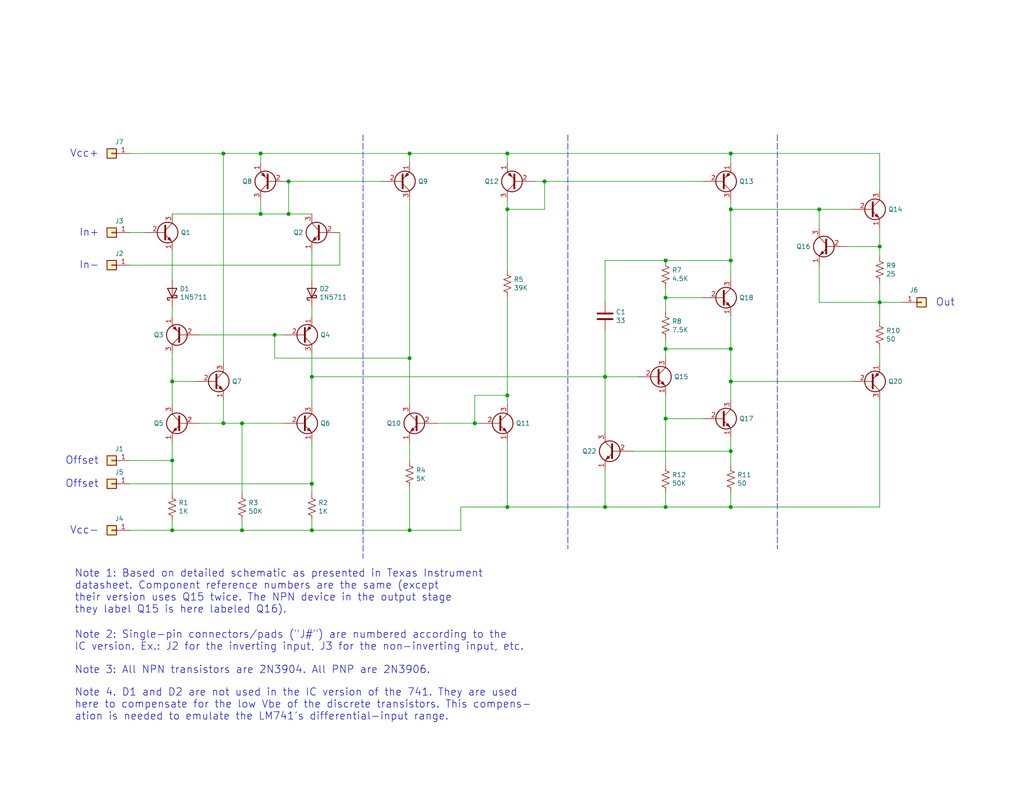
<source format=kicad_sch>
(kicad_sch (version 20211123) (generator eeschema)
  (paper "USLetter")
  (title_block (title "741 Op-Amp / Discrete Components") (date "2021-09-20") (rev "A"))
  (lib_symbols
    (symbol "Connector_Generic:Conn_01x01" (pin_names (offset 1.016) hide)
      (property "Reference" "J" (at 0 2.54 0))
      (property "Value" "Conn_01x01" (at 0 -2.54 0))
      (symbol "Conn_01x01_1_1"
        (rectangle (start -1.27 0.127) (end 0 -0.127) (stroke (width 0.1524)))
        (rectangle (start -1.27 1.27) (end 1.27 -1.27) (stroke (width 0.254)) (fill (type background)))
        (pin passive line (at -5.08 0 0) (length 3.81) (name "Pin_1") (number "1"))
      )
    )
    (symbol "K7TFC:2N3904" (pin_names (offset 0) hide)
      (property "Reference" "Q" (at 5.08 1.905 0))
      (property "Value" "K7TFC_2N3904" (at 5.08 0 0))
      (symbol "2N3904_0_1"
        (polyline (pts (xy 0.635 0.635) (xy 2.54 2.54)))
        (polyline (pts (xy 0.635 -0.635) (xy 2.54 -2.54) (xy 2.54 -2.54)))
        (polyline (pts (xy 0.635 1.905) (xy 0.635 -1.905) (xy 0.635 -1.905)) (stroke (width 0.508)))
        (polyline (pts (xy 1.27 -1.778) (xy 1.778 -1.27) (xy 2.286 -2.286) (xy 1.27 -1.778) (xy 1.27 -1.778)) (fill (type outline)))
        (circle (center 1.27 0) (radius 2.8194) (stroke (width 0.254)))
      )
      (symbol "2N3904_1_1"
        (pin passive line (at 2.54 -5.08 90) (length 2.54) (name "E") (number "1"))
        (pin passive line (at -5.08 0 0) (length 5.715) (name "B") (number "2"))
        (pin passive line (at 2.54 5.08 270) (length 2.54) (name "C") (number "3"))
      )
    )
    (symbol "K7TFC:2N3906" (pin_names (offset 0) hide)
      (property "Reference" "Q" (at 5.08 1.905 0))
      (property "Value" "K7TFC_2N3906" (at 5.08 0 0))
      (symbol "2N3906_0_1"
        (polyline (pts (xy 0.635 0.635) (xy 2.54 2.54)))
        (polyline (pts (xy 0.635 -0.635) (xy 2.54 -2.54) (xy 2.54 -2.54)))
        (polyline (pts (xy 0.635 1.905) (xy 0.635 -1.905) (xy 0.635 -1.905)) (stroke (width 0.508)))
        (polyline (pts (xy 2.286 -1.778) (xy 1.778 -2.286) (xy 1.27 -1.27) (xy 2.286 -1.778) (xy 2.286 -1.778)) (fill (type outline)))
        (circle (center 1.27 0) (radius 2.8194) (stroke (width 0.254)))
      )
      (symbol "2N3906_1_1"
        (pin passive line (at 2.54 -5.08 90) (length 2.54) (name "E") (number "1"))
        (pin input line (at -5.08 0 0) (length 5.715) (name "B") (number "2"))
        (pin passive line (at 2.54 5.08 270) (length 2.54) (name "C") (number "3"))
      )
    )
    (symbol "K7TFC:R_US" (pin_numbers hide) (pin_names (offset 0))
      (property "Reference" "R" (at 2.54 0 90))
      (property "Value" "K7TFC_R_US" (at -2.54 0 90))
      (symbol "R_US_0_1"
        (polyline (pts (xy 0 -2.286) (xy 0 -2.54)))
        (polyline (pts (xy 0 2.286) (xy 0 2.54)))
        (polyline (pts (xy 0 -0.762) (xy 1.016 -1.143) (xy 0 -1.524) (xy -1.016 -1.905) (xy 0 -2.286)))
        (polyline (pts (xy 0 0.762) (xy 1.016 0.381) (xy 0 0) (xy -1.016 -0.381) (xy 0 -0.762)))
        (polyline (pts (xy 0 2.286) (xy 1.016 1.905) (xy 0 1.524) (xy -1.016 1.143) (xy 0 0.762)))
      )
      (symbol "R_US_1_1"
        (pin passive line (at 0 3.81 270) (length 1.27) (name "~") (number "1"))
        (pin passive line (at 0 -3.81 90) (length 1.27) (name "~") (number "2"))
      )
    )
    (symbol "K7TFC_Diodes:1N5711_Schottky" (pin_numbers hide) (pin_names (offset 1.016) hide)
      (property "Reference" "D" (at 0 2.54 0))
      (property "Value" "K7TFC_Diodes_1N5711_Schottky" (at 0 -2.54 0))
      (symbol "1N5711_Schottky_0_1"
        (polyline (pts (xy 1.27 0) (xy -1.27 0)))
        (polyline (pts (xy 1.27 1.27) (xy 1.27 -1.27) (xy -1.27 0) (xy 1.27 1.27)) (stroke (width 0.254)))
        (polyline (pts (xy -1.905 0.635) (xy -1.905 1.27) (xy -1.27 1.27) (xy -1.27 -1.27) (xy -0.635 -1.27) (xy -0.635 -0.635)) (stroke (width 0.254)))
      )
      (symbol "1N5711_Schottky_1_1"
        (pin passive line (at -3.81 0 0) (length 2.54) (name "K") (number "1"))
        (pin passive line (at 3.81 0 180) (length 2.54) (name "A") (number "2"))
      )
    )
    (symbol "K7TFC_Passives:C_std" (pin_numbers hide) (pin_names (offset 0.254))
      (property "Reference" "C" (at 0.635 2.54 0))
      (property "Value" "K7TFC_Passives_C_std" (at 0.635 -2.54 0))
      (symbol "C_std_0_1"
        (polyline (pts (xy -2.032 -0.762) (xy 2.032 -0.762)) (stroke (width 0.508)))
        (polyline (pts (xy -2.032 0.762) (xy 2.032 0.762)) (stroke (width 0.508)))
      )
      (symbol "C_std_1_1"
        (pin passive line (at 0 3.81 270) (length 2.794) (name "~") (number "1"))
        (pin passive line (at 0 -3.81 90) (length 2.794) (name "~") (number "2"))
      )
    )
  )
  (junction (at 111.76 144.78))
  (junction (at 46.99 144.78))
  (junction (at 60.96 115.57))
  (junction (at 60.96 41.91))
  (junction (at 240.03 82.55))
  (junction (at 138.43 41.91))
  (junction (at 74.93 91.44))
  (junction (at 138.43 138.43))
  (junction (at 181.61 71.12))
  (junction (at 46.99 125.73))
  (junction (at 199.39 104.14))
  (junction (at 71.12 58.42))
  (junction (at 129.54 115.57))
  (junction (at 165.1 102.87))
  (junction (at 199.39 57.15))
  (junction (at 111.76 97.79))
  (junction (at 78.74 58.42))
  (junction (at 66.04 115.57))
  (junction (at 85.09 144.78))
  (junction (at 199.39 71.12))
  (junction (at 138.43 57.15))
  (junction (at 240.03 67.31))
  (junction (at 199.39 95.25))
  (junction (at 181.61 114.3))
  (junction (at 165.1 138.43))
  (junction (at 181.61 138.43))
  (junction (at 138.43 107.95))
  (junction (at 71.12 41.91))
  (junction (at 199.39 41.91))
  (junction (at 78.74 49.53))
  (junction (at 66.04 144.78))
  (junction (at 46.99 104.14))
  (junction (at 85.09 132.08))
  (junction (at 148.59 49.53))
  (junction (at 85.09 102.87))
  (junction (at 181.61 81.28))
  (junction (at 199.39 138.43))
  (junction (at 199.39 123.19))
  (junction (at 111.76 41.91))
  (junction (at 181.61 95.25))
  (junction (at 223.52 57.15))
  (wire (pts (xy 165.1 71.12) (xy 165.1 82.55)))
  (wire (pts (xy 111.76 144.78) (xy 125.73 144.78)))
  (wire (pts (xy 138.43 44.45) (xy 138.43 41.91)))
  (wire (pts (xy 60.96 99.06) (xy 60.96 41.91)))
  (wire (pts (xy 146.05 49.53) (xy 148.59 49.53)))
  (wire (pts (xy 165.1 102.87) (xy 85.09 102.87)))
  (wire (pts (xy 181.61 95.25) (xy 199.39 95.25)))
  (wire (pts (xy 199.39 134.62) (xy 199.39 138.43)))
  (wire (pts (xy 181.61 134.62) (xy 181.61 138.43)))
  (wire (pts (xy 181.61 81.28) (xy 181.61 85.09)))
  (wire (pts (xy 199.39 57.15) (xy 199.39 71.12)))
  (wire (pts (xy 165.1 90.17) (xy 165.1 102.87)))
  (wire (pts (xy 138.43 57.15) (xy 138.43 73.66)))
  (wire (pts (xy 138.43 54.61) (xy 138.43 57.15)))
  (wire (pts (xy 199.39 54.61) (xy 199.39 57.15)))
  (wire (pts (xy 181.61 95.25) (xy 181.61 97.79)))
  (wire (pts (xy 77.47 91.44) (xy 74.93 91.44)))
  (wire (pts (xy 223.52 57.15) (xy 199.39 57.15)))
  (polyline (pts (xy 212.09 36.83) (xy 212.09 149.86)))
  (wire (pts (xy 148.59 49.53) (xy 148.59 57.15)))
  (wire (pts (xy 60.96 109.22) (xy 60.96 115.57)))
  (wire (pts (xy 78.74 58.42) (xy 85.09 58.42)))
  (wire (pts (xy 71.12 58.42) (xy 78.74 58.42)))
  (wire (pts (xy 35.56 125.73) (xy 46.99 125.73)))
  (wire (pts (xy 111.76 41.91) (xy 71.12 41.91)))
  (wire (pts (xy 35.56 132.08) (xy 85.09 132.08)))
  (wire (pts (xy 35.56 63.5) (xy 39.37 63.5)))
  (wire (pts (xy 71.12 58.42) (xy 46.99 58.42)))
  (wire (pts (xy 111.76 120.65) (xy 111.76 125.73)))
  (wire (pts (xy 240.03 62.23) (xy 240.03 67.31)))
  (wire (pts (xy 138.43 107.95) (xy 138.43 110.49)))
  (wire (pts (xy 46.99 68.58) (xy 46.99 76.2)))
  (wire (pts (xy 199.39 119.38) (xy 199.39 123.19)))
  (wire (pts (xy 111.76 97.79) (xy 111.76 110.49)))
  (wire (pts (xy 240.03 138.43) (xy 199.39 138.43)))
  (wire (pts (xy 191.77 81.28) (xy 181.61 81.28)))
  (wire (pts (xy 46.99 83.82) (xy 46.99 86.36)))
  (wire (pts (xy 46.99 104.14) (xy 46.99 110.49)))
  (wire (pts (xy 85.09 96.52) (xy 85.09 102.87)))
  (wire (pts (xy 35.56 41.91) (xy 60.96 41.91)))
  (wire (pts (xy 232.41 104.14) (xy 199.39 104.14)))
  (wire (pts (xy 125.73 138.43) (xy 138.43 138.43)))
  (wire (pts (xy 240.03 67.31) (xy 240.03 69.85)))
  (wire (pts (xy 148.59 57.15) (xy 138.43 57.15)))
  (wire (pts (xy 240.03 109.22) (xy 240.03 138.43)))
  (wire (pts (xy 181.61 71.12) (xy 165.1 71.12)))
  (wire (pts (xy 46.99 142.24) (xy 46.99 144.78)))
  (wire (pts (xy 66.04 144.78) (xy 85.09 144.78)))
  (wire (pts (xy 165.1 128.27) (xy 165.1 138.43)))
  (wire (pts (xy 165.1 138.43) (xy 138.43 138.43)))
  (wire (pts (xy 129.54 107.95) (xy 129.54 115.57)))
  (wire (pts (xy 240.03 77.47) (xy 240.03 82.55)))
  (wire (pts (xy 240.03 95.25) (xy 240.03 99.06)))
  (wire (pts (xy 223.52 62.23) (xy 223.52 57.15)))
  (wire (pts (xy 111.76 133.35) (xy 111.76 144.78)))
  (wire (pts (xy 172.72 123.19) (xy 199.39 123.19)))
  (wire (pts (xy 53.34 104.14) (xy 46.99 104.14)))
  (wire (pts (xy 60.96 115.57) (xy 54.61 115.57)))
  (wire (pts (xy 78.74 49.53) (xy 78.74 58.42)))
  (wire (pts (xy 181.61 107.95) (xy 181.61 114.3)))
  (wire (pts (xy 148.59 49.53) (xy 191.77 49.53)))
  (wire (pts (xy 165.1 138.43) (xy 181.61 138.43)))
  (wire (pts (xy 181.61 114.3) (xy 191.77 114.3)))
  (wire (pts (xy 240.03 52.07) (xy 240.03 41.91)))
  (wire (pts (xy 111.76 54.61) (xy 111.76 97.79)))
  (wire (pts (xy 138.43 120.65) (xy 138.43 138.43)))
  (wire (pts (xy 66.04 142.24) (xy 66.04 144.78)))
  (wire (pts (xy 199.39 104.14) (xy 199.39 109.22)))
  (wire (pts (xy 46.99 96.52) (xy 46.99 104.14)))
  (wire (pts (xy 240.03 82.55) (xy 240.03 87.63)))
  (wire (pts (xy 46.99 144.78) (xy 66.04 144.78)))
  (wire (pts (xy 78.74 49.53) (xy 104.14 49.53)))
  (polyline (pts (xy 99.06 36.83) (xy 99.06 152.4)))
  (wire (pts (xy 231.14 67.31) (xy 240.03 67.31)))
  (wire (pts (xy 181.61 114.3) (xy 181.61 127)))
  (wire (pts (xy 111.76 44.45) (xy 111.76 41.91)))
  (wire (pts (xy 240.03 82.55) (xy 246.38 82.55)))
  (wire (pts (xy 85.09 83.82) (xy 85.09 86.36)))
  (wire (pts (xy 71.12 54.61) (xy 71.12 58.42)))
  (wire (pts (xy 71.12 41.91) (xy 71.12 44.45)))
  (wire (pts (xy 199.39 95.25) (xy 199.39 104.14)))
  (wire (pts (xy 74.93 97.79) (xy 111.76 97.79)))
  (wire (pts (xy 77.47 115.57) (xy 66.04 115.57)))
  (wire (pts (xy 173.99 102.87) (xy 165.1 102.87)))
  (wire (pts (xy 138.43 81.28) (xy 138.43 107.95)))
  (wire (pts (xy 130.81 115.57) (xy 129.54 115.57)))
  (wire (pts (xy 138.43 41.91) (xy 199.39 41.91)))
  (wire (pts (xy 223.52 72.39) (xy 223.52 82.55)))
  (wire (pts (xy 165.1 118.11) (xy 165.1 102.87)))
  (wire (pts (xy 66.04 134.62) (xy 66.04 115.57)))
  (wire (pts (xy 125.73 144.78) (xy 125.73 138.43)))
  (wire (pts (xy 35.56 72.39) (xy 92.71 72.39)))
  (wire (pts (xy 181.61 78.74) (xy 181.61 81.28)))
  (wire (pts (xy 74.93 91.44) (xy 74.93 97.79)))
  (wire (pts (xy 46.99 125.73) (xy 46.99 134.62)))
  (wire (pts (xy 181.61 71.12) (xy 199.39 71.12)))
  (wire (pts (xy 35.56 144.78) (xy 46.99 144.78)))
  (wire (pts (xy 181.61 138.43) (xy 199.39 138.43)))
  (wire (pts (xy 85.09 120.65) (xy 85.09 132.08)))
  (wire (pts (xy 66.04 115.57) (xy 60.96 115.57)))
  (wire (pts (xy 129.54 115.57) (xy 119.38 115.57)))
  (wire (pts (xy 199.39 86.36) (xy 199.39 95.25)))
  (wire (pts (xy 85.09 144.78) (xy 111.76 144.78)))
  (wire (pts (xy 138.43 41.91) (xy 111.76 41.91)))
  (wire (pts (xy 92.71 72.39) (xy 92.71 63.5)))
  (wire (pts (xy 85.09 142.24) (xy 85.09 144.78)))
  (wire (pts (xy 85.09 68.58) (xy 85.09 76.2)))
  (wire (pts (xy 129.54 107.95) (xy 138.43 107.95)))
  (wire (pts (xy 181.61 92.71) (xy 181.61 95.25)))
  (wire (pts (xy 199.39 123.19) (xy 199.39 127)))
  (wire (pts (xy 232.41 57.15) (xy 223.52 57.15)))
  (wire (pts (xy 85.09 102.87) (xy 85.09 110.49)))
  (wire (pts (xy 74.93 91.44) (xy 54.61 91.44)))
  (wire (pts (xy 223.52 82.55) (xy 240.03 82.55)))
  (wire (pts (xy 46.99 120.65) (xy 46.99 125.73)))
  (wire (pts (xy 85.09 132.08) (xy 85.09 134.62)))
  (wire (pts (xy 199.39 44.45) (xy 199.39 41.91)))
  (wire (pts (xy 60.96 41.91) (xy 71.12 41.91)))
  (wire (pts (xy 199.39 71.12) (xy 199.39 76.2)))
  (wire (pts (xy 240.03 41.91) (xy 199.39 41.91)))
  (polyline (pts (xy 154.94 36.83) (xy 154.94 149.86)))
  (text "Vcc-" (at 19.05 146.05 0) (effects (font (size 2.032 2.032)) (justify left bottom)))
  (text "Out" (at 255.27 83.82 0) (effects (font (size 2.032 2.032)) (justify left bottom)))
  (text "Note 1: Based on detailed schematic as presented in Texas Instrument\ndatasheet. Component reference numbers are the same (except\ntheir version uses Q15 twice. The NPN device in the output stage\nthey label Q15 is here labeled Q16)." (at 20.32 167.64 0) (effects (font (size 2.032 2.032)) (justify left bottom)))
  (text "Note 3: All NPN transistors are 2N3904. All PNP are 2N3906." (at 20.32 184.15 0) (effects (font (size 2.032 2.032)) (justify left bottom)))
  (text "Offset" (at 17.78 127 0) (effects (font (size 2.032 2.032)) (justify left bottom)))
  (text "Offset" (at 17.78 133.35 0) (effects (font (size 2.032 2.032)) (justify left bottom)))
  (text "Note 4. D1 and D2 are not used in the IC version of the 741. They are used\nhere to compensate for the low Vbe of the discrete transistors. This compens-\nation is needed to emulate the LM741's differential-input range." (at 20.32 196.85 0) (effects (font (size 2.032 2.032)) (justify left bottom)))
  (text "Vcc+" (at 19.05 43.18 0) (effects (font (size 2.032 2.032)) (justify left bottom)))
  (text "In+" (at 21.59 64.77 0) (effects (font (size 2.032 2.032)) (justify left bottom)))
  (text "Note 2: Single-pin connectors/pads (\"J#\") are numbered according to the\nIC version. Ex.: J2 for the inverting input, J3 for the non-inverting input, etc." (at 20.32 177.8 0) (effects (font (size 2.032 2.032)) (justify left bottom)))
  (text "In-" (at 21.59 73.66 0) (effects (font (size 2.032 2.032)) (justify left bottom)))
  (symbol (lib_id "K7TFC:2N3904") (at 44.45 63.5 0) (unit 1)
    (property "Reference" "Q1" (at 49.276 63.5 0) (effects (justify left)))
    (property "Value" "2N3904" (effects hide))
    (property "Footprint" "Package_TO_SOT_THT:TO-92_Inline" (effects hide))
    (property "Datasheet" "https://www.fairchildsemi.com/datasheets/2N/2N3904.pdf" (effects hide))
  )
  (symbol (lib_id "K7TFC:2N3904") (at 87.63 63.5 0) (mirror y) (unit 1)
    (property "Reference" "Q2" (at 82.7786 63.5 0) (effects (justify left)))
    (property "Value" "2N3904" (effects hide))
    (property "Footprint" "Package_TO_SOT_THT:TO-92_Inline" (effects hide))
    (property "Datasheet" "https://www.fairchildsemi.com/datasheets/2N/2N3904.pdf" (effects hide))
  )
  (symbol (lib_id "K7TFC:2N3906") (at 73.66 49.53 180) (unit 1)
    (property "Reference" "Q8" (at 68.8086 49.53 0) (effects (justify left)))
    (property "Value" "2N3906" (effects hide))
    (property "Footprint" "Package_TO_SOT_THT:TO-92_Inline" (effects hide))
    (property "Datasheet" "https://www.fairchildsemi.com/datasheets/2N/2N3906.pdf" (effects hide))
  )
  (symbol (lib_id "K7TFC:2N3906") (at 49.53 91.44 180) (unit 1)
    (property "Reference" "Q3" (at 44.6786 91.44 0) (effects (justify left)))
    (property "Value" "2N3906" (effects hide))
    (property "Footprint" "Package_TO_SOT_THT:TO-92_Inline" (effects hide))
    (property "Datasheet" "https://www.fairchildsemi.com/datasheets/2N/2N3906.pdf" (effects hide))
  )
  (symbol (lib_id "K7TFC:2N3906") (at 82.55 91.44 0) (mirror x) (unit 1)
    (property "Reference" "Q4" (at 87.376 91.44 0) (effects (justify left)))
    (property "Value" "2N3906" (effects hide))
    (property "Footprint" "Package_TO_SOT_THT:TO-92_Inline" (effects hide))
    (property "Datasheet" "https://www.fairchildsemi.com/datasheets/2N/2N3906.pdf" (effects hide))
  )
  (symbol (lib_id "K7TFC:2N3904") (at 49.53 115.57 0) (mirror y) (unit 1)
    (property "Reference" "Q5" (at 44.6786 115.57 0) (effects (justify left)))
    (property "Value" "2N3904" (effects hide))
    (property "Footprint" "Package_TO_SOT_THT:TO-92_Inline" (effects hide))
    (property "Datasheet" "https://www.fairchildsemi.com/datasheets/2N/2N3904.pdf" (effects hide))
  )
  (symbol (lib_id "K7TFC:2N3904") (at 82.55 115.57 0) (unit 1)
    (property "Reference" "Q6" (at 87.376 115.57 0) (effects (justify left)))
    (property "Value" "2N3904" (effects hide))
    (property "Footprint" "Package_TO_SOT_THT:TO-92_Inline" (effects hide))
    (property "Datasheet" "https://www.fairchildsemi.com/datasheets/2N/2N3904.pdf" (effects hide))
  )
  (symbol (lib_id "K7TFC:2N3904") (at 58.42 104.14 0) (unit 1)
    (property "Reference" "Q7" (at 63.246 104.14 0) (effects (justify left)))
    (property "Value" "2N3904" (effects hide))
    (property "Footprint" "Package_TO_SOT_THT:TO-92_Inline" (effects hide))
    (property "Datasheet" "https://www.fairchildsemi.com/datasheets/2N/2N3904.pdf" (effects hide))
  )
  (symbol (lib_id "K7TFC_Diodes:1N5711_Schottky") (at 46.99 80.01 90) (unit 1)
    (property "Reference" "D1" (at 49.022 78.8416 90) (effects (justify right)))
    (property "Value" "1N5711" (at 49.022 81.153 90) (effects (justify right)))
    (property "Footprint" "Diode_THT:D_DO-15_P5.08mm_Vertical_KathodeUp" (effects hide))
  )
  (symbol (lib_id "K7TFC_Diodes:1N5711_Schottky") (at 85.09 80.01 90) (unit 1)
    (property "Reference" "D2" (at 87.122 78.8416 90) (effects (justify right)))
    (property "Value" "1N5711" (at 87.122 81.153 90) (effects (justify right)))
    (property "Footprint" "Diode_THT:D_DO-15_P5.08mm_Vertical_KathodeUp" (effects hide))
  )
  (symbol (lib_id "K7TFC:R_US") (at 46.99 138.43 0) (unit 1)
    (property "Reference" "R1" (at 48.7172 137.2616 0) (effects (justify left)))
    (property "Value" "1K" (at 48.7172 139.573 0) (effects (justify left)))
    (property "Footprint" "Resistor_THT:R_Axial_DIN0207_L6.3mm_D2.5mm_P5.08mm_Vertical" (effects hide))
  )
  (symbol (lib_id "K7TFC:R_US") (at 66.04 138.43 0) (unit 1)
    (property "Reference" "R3" (at 67.7672 137.2616 0) (effects (justify left)))
    (property "Value" "50K" (at 67.7672 139.573 0) (effects (justify left)))
    (property "Footprint" "Resistor_THT:R_Axial_DIN0207_L6.3mm_D2.5mm_P5.08mm_Vertical" (effects hide))
  )
  (symbol (lib_id "K7TFC:R_US") (at 85.09 138.43 0) (unit 1)
    (property "Reference" "R2" (at 86.8172 137.2616 0) (effects (justify left)))
    (property "Value" "1K" (at 86.8172 139.573 0) (effects (justify left)))
    (property "Footprint" "Resistor_THT:R_Axial_DIN0207_L6.3mm_D2.5mm_P5.08mm_Vertical" (effects hide))
  )
  (symbol (lib_id "Connector_Generic:Conn_01x01") (at 30.48 41.91 0) (mirror y) (unit 1)
    (property "Reference" "J7" (at 32.5628 38.735 0))
    (property "Value" "Conn_01x01" (effects hide))
    (property "Footprint" "Connector_PinHeader_2.54mm:PinHeader_1x01_P2.54mm_Vertical" (effects hide))
  )
  (symbol (lib_id "Connector_Generic:Conn_01x01") (at 30.48 63.5 0) (mirror y) (unit 1)
    (property "Reference" "J3" (at 32.5628 60.325 0))
    (property "Value" "Conn_01x01" (effects hide))
    (property "Footprint" "Connector_PinHeader_2.54mm:PinHeader_1x01_P2.54mm_Vertical" (effects hide))
  )
  (symbol (lib_id "Connector_Generic:Conn_01x01") (at 30.48 72.39 0) (mirror y) (unit 1)
    (property "Reference" "J2" (at 32.5628 69.215 0))
    (property "Value" "Conn_01x01" (effects hide))
    (property "Footprint" "Connector_PinHeader_2.54mm:PinHeader_1x01_P2.54mm_Vertical" (effects hide))
  )
  (symbol (lib_id "Connector_Generic:Conn_01x01") (at 30.48 125.73 0) (mirror y) (unit 1)
    (property "Reference" "J1" (at 32.5628 122.555 0))
    (property "Value" "Conn_01x01" (effects hide))
    (property "Footprint" "Connector_PinHeader_2.54mm:PinHeader_1x01_P2.54mm_Vertical" (effects hide))
  )
  (symbol (lib_id "Connector_Generic:Conn_01x01") (at 30.48 132.08 0) (mirror y) (unit 1)
    (property "Reference" "J5" (at 32.5628 128.905 0))
    (property "Value" "Conn_01x01" (effects hide))
    (property "Footprint" "Connector_PinHeader_2.54mm:PinHeader_1x01_P2.54mm_Vertical" (effects hide))
  )
  (symbol (lib_id "K7TFC:2N3906") (at 109.22 49.53 0) (mirror x) (unit 1)
    (property "Reference" "Q9" (at 114.046 49.53 0) (effects (justify left)))
    (property "Value" "2N3906" (effects hide))
    (property "Footprint" "Package_TO_SOT_THT:TO-92_Inline" (effects hide))
    (property "Datasheet" "https://www.fairchildsemi.com/datasheets/2N/2N3906.pdf" (effects hide))
  )
  (symbol (lib_id "K7TFC:2N3906") (at 140.97 49.53 180) (unit 1)
    (property "Reference" "Q12" (at 136.1186 49.53 0) (effects (justify left)))
    (property "Value" "2N3906" (effects hide))
    (property "Footprint" "Package_TO_SOT_THT:TO-92_Inline" (effects hide))
    (property "Datasheet" "https://www.fairchildsemi.com/datasheets/2N/2N3906.pdf" (effects hide))
  )
  (symbol (lib_id "K7TFC:2N3904") (at 114.3 115.57 0) (mirror y) (unit 1)
    (property "Reference" "Q10" (at 109.4486 115.57 0) (effects (justify left)))
    (property "Value" "2N3904" (effects hide))
    (property "Footprint" "Package_TO_SOT_THT:TO-92_Inline" (effects hide))
    (property "Datasheet" "https://www.fairchildsemi.com/datasheets/2N/2N3904.pdf" (effects hide))
  )
  (symbol (lib_id "K7TFC:2N3904") (at 135.89 115.57 0) (unit 1)
    (property "Reference" "Q11" (at 140.716 115.57 0) (effects (justify left)))
    (property "Value" "2N3904" (effects hide))
    (property "Footprint" "Package_TO_SOT_THT:TO-92_Inline" (effects hide))
    (property "Datasheet" "https://www.fairchildsemi.com/datasheets/2N/2N3904.pdf" (effects hide))
  )
  (symbol (lib_id "K7TFC:R_US") (at 138.43 77.47 0) (unit 1)
    (property "Reference" "R5" (at 140.1572 76.3016 0) (effects (justify left)))
    (property "Value" "39K" (at 140.1572 78.613 0) (effects (justify left)))
    (property "Footprint" "Resistor_THT:R_Axial_DIN0207_L6.3mm_D2.5mm_P5.08mm_Vertical" (effects hide))
  )
  (symbol (lib_id "K7TFC:R_US") (at 111.76 129.54 0) (unit 1)
    (property "Reference" "R4" (at 113.4872 128.3716 0) (effects (justify left)))
    (property "Value" "5K" (at 113.4872 130.683 0) (effects (justify left)))
    (property "Footprint" "Resistor_THT:R_Axial_DIN0207_L6.3mm_D2.5mm_P5.08mm_Vertical" (effects hide))
  )
  (symbol (lib_id "K7TFC:2N3906") (at 196.85 49.53 0) (mirror x) (unit 1)
    (property "Reference" "Q13" (at 201.676 49.53 0) (effects (justify left)))
    (property "Value" "2N3906" (effects hide))
    (property "Footprint" "Package_TO_SOT_THT:TO-92_Inline" (effects hide))
    (property "Datasheet" "https://www.fairchildsemi.com/datasheets/2N/2N3906.pdf" (effects hide))
  )
  (symbol (lib_id "K7TFC:2N3904") (at 196.85 81.28 0) (unit 1)
    (property "Reference" "Q18" (at 201.676 81.28 0) (effects (justify left)))
    (property "Value" "2N3904" (effects hide))
    (property "Footprint" "Package_TO_SOT_THT:TO-92_Inline" (effects hide))
    (property "Datasheet" "https://www.fairchildsemi.com/datasheets/2N/2N3904.pdf" (effects hide))
  )
  (symbol (lib_id "K7TFC:2N3904") (at 196.85 114.3 0) (unit 1)
    (property "Reference" "Q17" (at 201.676 114.3 0) (effects (justify left)))
    (property "Value" "2N3904" (effects hide))
    (property "Footprint" "Package_TO_SOT_THT:TO-92_Inline" (effects hide))
    (property "Datasheet" "https://www.fairchildsemi.com/datasheets/2N/2N3904.pdf" (effects hide))
  )
  (symbol (lib_id "K7TFC:R_US") (at 199.39 130.81 0) (unit 1)
    (property "Reference" "R11" (at 201.1172 129.6416 0) (effects (justify left)))
    (property "Value" "50" (at 201.1172 131.953 0) (effects (justify left)))
    (property "Footprint" "Resistor_THT:R_Axial_DIN0207_L6.3mm_D2.5mm_P5.08mm_Vertical" (effects hide))
  )
  (symbol (lib_id "K7TFC:2N3904") (at 167.64 123.19 0) (mirror y) (unit 1)
    (property "Reference" "Q22" (at 162.7886 123.19 0) (effects (justify left)))
    (property "Value" "2N3904" (effects hide))
    (property "Footprint" "Package_TO_SOT_THT:TO-92_Inline" (effects hide))
    (property "Datasheet" "https://www.fairchildsemi.com/datasheets/2N/2N3904.pdf" (effects hide))
  )
  (symbol (lib_id "K7TFC:2N3904") (at 179.07 102.87 0) (unit 1)
    (property "Reference" "Q15" (at 183.896 102.87 0) (effects (justify left)))
    (property "Value" "2N3904" (effects hide))
    (property "Footprint" "Package_TO_SOT_THT:TO-92_Inline" (effects hide))
    (property "Datasheet" "https://www.fairchildsemi.com/datasheets/2N/2N3904.pdf" (effects hide))
  )
  (symbol (lib_id "K7TFC:R_US") (at 181.61 74.93 0) (unit 1)
    (property "Reference" "R7" (at 183.3372 73.7616 0) (effects (justify left)))
    (property "Value" "4.5K" (at 183.3372 76.073 0) (effects (justify left)))
    (property "Footprint" "Resistor_THT:R_Axial_DIN0207_L6.3mm_D2.5mm_P5.08mm_Vertical" (effects hide))
  )
  (symbol (lib_id "K7TFC:R_US") (at 181.61 88.9 0) (unit 1)
    (property "Reference" "R8" (at 183.3372 87.7316 0) (effects (justify left)))
    (property "Value" "7.5K" (at 183.3372 90.043 0) (effects (justify left)))
    (property "Footprint" "Resistor_THT:R_Axial_DIN0207_L6.3mm_D2.5mm_P5.08mm_Vertical" (effects hide))
  )
  (symbol (lib_id "K7TFC:R_US") (at 181.61 130.81 0) (unit 1)
    (property "Reference" "R12" (at 183.3372 129.6416 0) (effects (justify left)))
    (property "Value" "50K" (at 183.3372 131.953 0) (effects (justify left)))
    (property "Footprint" "Resistor_THT:R_Axial_DIN0207_L6.3mm_D2.5mm_P5.08mm_Vertical" (effects hide))
  )
  (symbol (lib_id "K7TFC_Passives:C_std") (at 165.1 86.36 0) (unit 1)
    (property "Reference" "C1" (at 168.021 85.1916 0) (effects (justify left)))
    (property "Value" "33" (at 168.021 87.503 0) (effects (justify left)))
    (property "Footprint" "K7TFC_Passives:Ceramic_Disk_Capacitor_P5.00mm" (effects hide))
  )
  (symbol (lib_id "K7TFC:2N3904") (at 226.06 67.31 0) (mirror y) (unit 1)
    (property "Reference" "Q16" (at 221.2086 67.31 0) (effects (justify left)))
    (property "Value" "2N3904" (effects hide))
    (property "Footprint" "Package_TO_SOT_THT:TO-92_Inline" (effects hide))
    (property "Datasheet" "https://www.fairchildsemi.com/datasheets/2N/2N3904.pdf" (effects hide))
  )
  (symbol (lib_id "K7TFC:2N3904") (at 237.49 57.15 0) (unit 1)
    (property "Reference" "Q14" (at 242.316 57.15 0) (effects (justify left)))
    (property "Value" "2N3904" (effects hide))
    (property "Footprint" "Package_TO_SOT_THT:TO-92_Inline" (effects hide))
    (property "Datasheet" "https://www.fairchildsemi.com/datasheets/2N/2N3904.pdf" (effects hide))
  )
  (symbol (lib_id "K7TFC:2N3906") (at 237.49 104.14 0) (mirror x) (unit 1)
    (property "Reference" "Q20" (at 242.316 104.14 0) (effects (justify left)))
    (property "Value" "2N3906" (effects hide))
    (property "Footprint" "Package_TO_SOT_THT:TO-92_Inline" (effects hide))
    (property "Datasheet" "https://www.fairchildsemi.com/datasheets/2N/2N3906.pdf" (effects hide))
  )
  (symbol (lib_id "K7TFC:R_US") (at 240.03 73.66 0) (unit 1)
    (property "Reference" "R9" (at 241.7572 72.4916 0) (effects (justify left)))
    (property "Value" "25" (at 241.7572 74.803 0) (effects (justify left)))
    (property "Footprint" "Resistor_THT:R_Axial_DIN0207_L6.3mm_D2.5mm_P5.08mm_Vertical" (effects hide))
  )
  (symbol (lib_id "K7TFC:R_US") (at 240.03 91.44 0) (unit 1)
    (property "Reference" "R10" (at 241.7572 90.2716 0) (effects (justify left)))
    (property "Value" "50" (at 241.7572 92.583 0) (effects (justify left)))
    (property "Footprint" "Resistor_THT:R_Axial_DIN0207_L6.3mm_D2.5mm_P5.08mm_Vertical" (effects hide))
  )
  (symbol (lib_id "Connector_Generic:Conn_01x01") (at 251.46 82.55 0) (mirror x) (unit 1)
    (property "Reference" "J6" (at 249.3772 79.1718 0))
    (property "Value" "Conn_01x01" (effects hide))
    (property "Footprint" "Connector_PinHeader_2.54mm:PinHeader_1x01_P2.54mm_Vertical" (effects hide))
  )
  (symbol (lib_id "Connector_Generic:Conn_01x01") (at 30.48 144.78 0) (mirror y) (unit 1)
    (property "Reference" "J4" (at 32.5628 141.605 0))
    (property "Value" "Conn_01x01" (effects hide))
    (property "Footprint" "Connector_PinHeader_2.54mm:PinHeader_1x01_P2.54mm_Vertical" (effects hide))
  )
)
</source>
